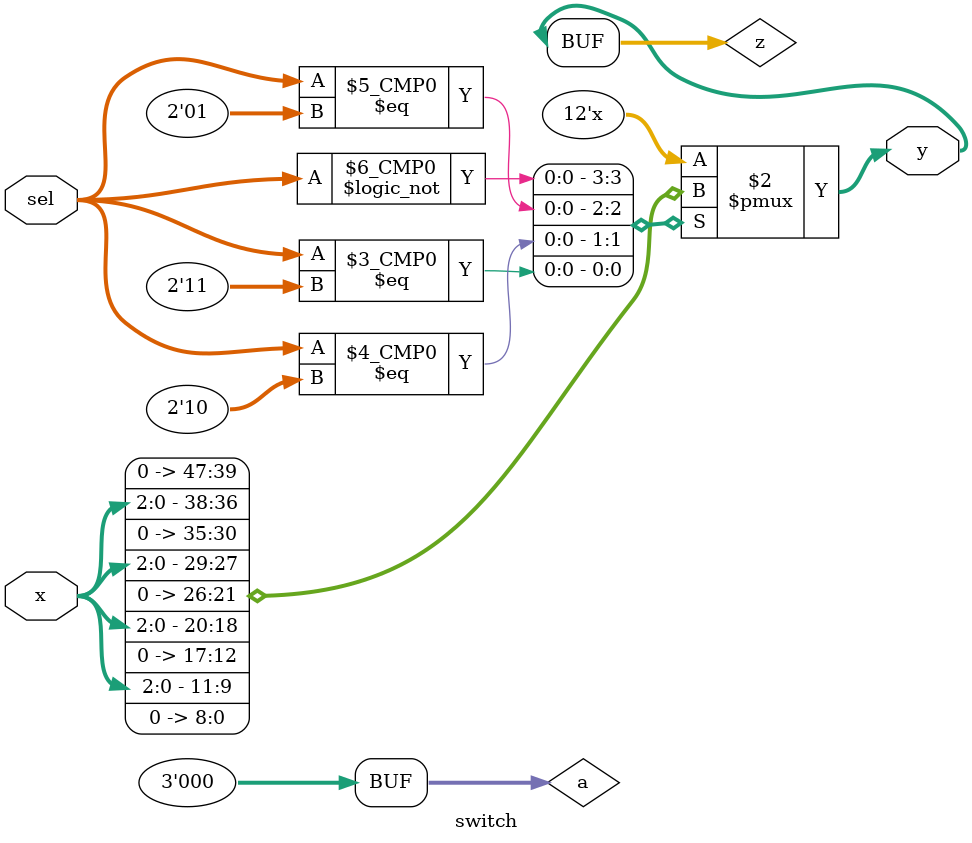
<source format=v>
module switch(x,sel,y);
	input [2:0] x;
	input [1:0] sel;
	output [11:0] y;
	reg [11:0] z;
	reg [2:0] a;
	assign a = 3'b000;
	
	always @(sel) begin
		case (sel)
			0: z = {a,a,a,x};
			1: z = {a,a,x,a};
			2: z = {a,x,a,a};
			3: z = {x,a,a,a};
		endcase
	end
	assign y = z;

endmodule


</source>
